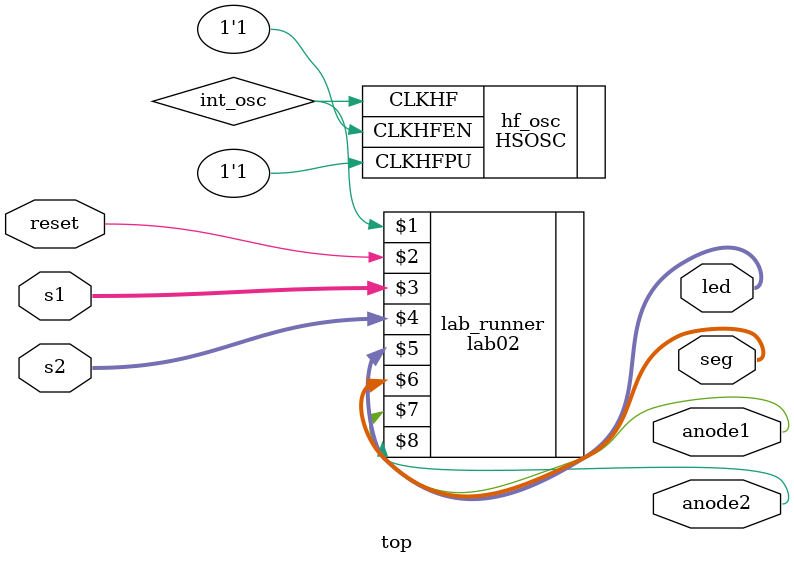
<source format=sv>
/***
	The top-level module for lab 2 of MicroP's.
	
	Consists of two inputs: a reset and a set of switches. Is combinational logic.
	The output is to control on board LED's and a bread-boarded 7-segment led matrix.
	
	Calls on two separate modules:
	* HSOSC: generates a clock running at 48MHz
	* lab02: generates multiplexed seven-segment led matrices and their summation on diodes
				dependent on five bread-boarded DIP switches.

	author: zoe worrall
	version: 09/06/2024
	contact: zworrall@g.hmc.edu
*/



module top(
     input   logic 		 reset,
	 input	logic [3:0]  s1, s2,
     output  logic [4:0] led,
	 output  logic [6:0] seg,
	 output logic 		anode1, anode2
);

		// create a way to iterate through the clock and track the number of counts until 2.4 Hz is reached
	   logic int_osc;
	   
	   // copied from the initial iCE40_Demo file
	   // Internal high-speed oscillator
	   HSOSC #(.CLKHF_DIV(2'b00))  // by setting bits to 00, it tells the clock to run at 48MHz
			 hf_osc (.CLKHFPU(1'b1), .CLKHFEN(1'b1), .CLKHF(int_osc));
	  
	  lab02 lab_runner(int_osc, reset, s1, s2, led, seg, anode1, anode2);
	  
endmodule
</source>
